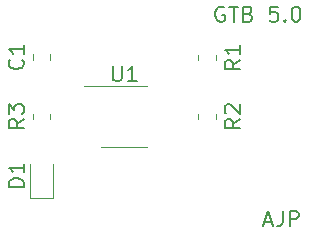
<source format=gbr>
%TF.GenerationSoftware,KiCad,Pcbnew,(6.0.7)*%
%TF.CreationDate,2022-09-02T16:32:09-04:00*%
%TF.ProjectId,GettingToBlink5.0,47657474-696e-4675-946f-426c696e6b35,rev?*%
%TF.SameCoordinates,Original*%
%TF.FileFunction,Legend,Top*%
%TF.FilePolarity,Positive*%
%FSLAX46Y46*%
G04 Gerber Fmt 4.6, Leading zero omitted, Abs format (unit mm)*
G04 Created by KiCad (PCBNEW (6.0.7)) date 2022-09-02 16:32:09*
%MOMM*%
%LPD*%
G01*
G04 APERTURE LIST*
%ADD10C,0.200000*%
%ADD11C,0.120000*%
G04 APERTURE END LIST*
D10*
X152452380Y-91750000D02*
X152328571Y-91688095D01*
X152142857Y-91688095D01*
X151957142Y-91750000D01*
X151833333Y-91873809D01*
X151771428Y-91997619D01*
X151709523Y-92245238D01*
X151709523Y-92430952D01*
X151771428Y-92678571D01*
X151833333Y-92802380D01*
X151957142Y-92926190D01*
X152142857Y-92988095D01*
X152266666Y-92988095D01*
X152452380Y-92926190D01*
X152514285Y-92864285D01*
X152514285Y-92430952D01*
X152266666Y-92430952D01*
X152885714Y-91688095D02*
X153628571Y-91688095D01*
X153257142Y-92988095D02*
X153257142Y-91688095D01*
X154495238Y-92307142D02*
X154680952Y-92369047D01*
X154742857Y-92430952D01*
X154804761Y-92554761D01*
X154804761Y-92740476D01*
X154742857Y-92864285D01*
X154680952Y-92926190D01*
X154557142Y-92988095D01*
X154061904Y-92988095D01*
X154061904Y-91688095D01*
X154495238Y-91688095D01*
X154619047Y-91750000D01*
X154680952Y-91811904D01*
X154742857Y-91935714D01*
X154742857Y-92059523D01*
X154680952Y-92183333D01*
X154619047Y-92245238D01*
X154495238Y-92307142D01*
X154061904Y-92307142D01*
X156971428Y-91688095D02*
X156352380Y-91688095D01*
X156290476Y-92307142D01*
X156352380Y-92245238D01*
X156476190Y-92183333D01*
X156785714Y-92183333D01*
X156909523Y-92245238D01*
X156971428Y-92307142D01*
X157033333Y-92430952D01*
X157033333Y-92740476D01*
X156971428Y-92864285D01*
X156909523Y-92926190D01*
X156785714Y-92988095D01*
X156476190Y-92988095D01*
X156352380Y-92926190D01*
X156290476Y-92864285D01*
X157590476Y-92864285D02*
X157652380Y-92926190D01*
X157590476Y-92988095D01*
X157528571Y-92926190D01*
X157590476Y-92864285D01*
X157590476Y-92988095D01*
X158457142Y-91688095D02*
X158580952Y-91688095D01*
X158704761Y-91750000D01*
X158766666Y-91811904D01*
X158828571Y-91935714D01*
X158890476Y-92183333D01*
X158890476Y-92492857D01*
X158828571Y-92740476D01*
X158766666Y-92864285D01*
X158704761Y-92926190D01*
X158580952Y-92988095D01*
X158457142Y-92988095D01*
X158333333Y-92926190D01*
X158271428Y-92864285D01*
X158209523Y-92740476D01*
X158147619Y-92492857D01*
X158147619Y-92183333D01*
X158209523Y-91935714D01*
X158271428Y-91811904D01*
X158333333Y-91750000D01*
X158457142Y-91688095D01*
X155845238Y-109916666D02*
X156464285Y-109916666D01*
X155721428Y-110288095D02*
X156154761Y-108988095D01*
X156588095Y-110288095D01*
X157392857Y-108988095D02*
X157392857Y-109916666D01*
X157330952Y-110102380D01*
X157207142Y-110226190D01*
X157021428Y-110288095D01*
X156897619Y-110288095D01*
X158011904Y-110288095D02*
X158011904Y-108988095D01*
X158507142Y-108988095D01*
X158630952Y-109050000D01*
X158692857Y-109111904D01*
X158754761Y-109235714D01*
X158754761Y-109421428D01*
X158692857Y-109545238D01*
X158630952Y-109607142D01*
X158507142Y-109669047D01*
X158011904Y-109669047D01*
%TO.C,R2*%
X153788095Y-101216666D02*
X153169047Y-101650000D01*
X153788095Y-101959523D02*
X152488095Y-101959523D01*
X152488095Y-101464285D01*
X152550000Y-101340476D01*
X152611904Y-101278571D01*
X152735714Y-101216666D01*
X152921428Y-101216666D01*
X153045238Y-101278571D01*
X153107142Y-101340476D01*
X153169047Y-101464285D01*
X153169047Y-101959523D01*
X152611904Y-100721428D02*
X152550000Y-100659523D01*
X152488095Y-100535714D01*
X152488095Y-100226190D01*
X152550000Y-100102380D01*
X152611904Y-100040476D01*
X152735714Y-99978571D01*
X152859523Y-99978571D01*
X153045238Y-100040476D01*
X153788095Y-100783333D01*
X153788095Y-99978571D01*
%TO.C,R1*%
X153788095Y-96216666D02*
X153169047Y-96650000D01*
X153788095Y-96959523D02*
X152488095Y-96959523D01*
X152488095Y-96464285D01*
X152550000Y-96340476D01*
X152611904Y-96278571D01*
X152735714Y-96216666D01*
X152921428Y-96216666D01*
X153045238Y-96278571D01*
X153107142Y-96340476D01*
X153169047Y-96464285D01*
X153169047Y-96959523D01*
X153788095Y-94978571D02*
X153788095Y-95721428D01*
X153788095Y-95350000D02*
X152488095Y-95350000D01*
X152673809Y-95473809D01*
X152797619Y-95597619D01*
X152859523Y-95721428D01*
%TO.C,C1*%
X135364285Y-96179166D02*
X135426190Y-96241071D01*
X135488095Y-96426785D01*
X135488095Y-96550595D01*
X135426190Y-96736309D01*
X135302380Y-96860119D01*
X135178571Y-96922023D01*
X134930952Y-96983928D01*
X134745238Y-96983928D01*
X134497619Y-96922023D01*
X134373809Y-96860119D01*
X134250000Y-96736309D01*
X134188095Y-96550595D01*
X134188095Y-96426785D01*
X134250000Y-96241071D01*
X134311904Y-96179166D01*
X135488095Y-94941071D02*
X135488095Y-95683928D01*
X135488095Y-95312500D02*
X134188095Y-95312500D01*
X134373809Y-95436309D01*
X134497619Y-95560119D01*
X134559523Y-95683928D01*
%TO.C,U1*%
X143009523Y-96688095D02*
X143009523Y-97740476D01*
X143071428Y-97864285D01*
X143133333Y-97926190D01*
X143257142Y-97988095D01*
X143504761Y-97988095D01*
X143628571Y-97926190D01*
X143690476Y-97864285D01*
X143752380Y-97740476D01*
X143752380Y-96688095D01*
X145052380Y-97988095D02*
X144309523Y-97988095D01*
X144680952Y-97988095D02*
X144680952Y-96688095D01*
X144557142Y-96873809D01*
X144433333Y-96997619D01*
X144309523Y-97059523D01*
%TO.C,R3*%
X135488095Y-101216666D02*
X134869047Y-101650000D01*
X135488095Y-101959523D02*
X134188095Y-101959523D01*
X134188095Y-101464285D01*
X134250000Y-101340476D01*
X134311904Y-101278571D01*
X134435714Y-101216666D01*
X134621428Y-101216666D01*
X134745238Y-101278571D01*
X134807142Y-101340476D01*
X134869047Y-101464285D01*
X134869047Y-101959523D01*
X134188095Y-100783333D02*
X134188095Y-99978571D01*
X134683333Y-100411904D01*
X134683333Y-100226190D01*
X134745238Y-100102380D01*
X134807142Y-100040476D01*
X134930952Y-99978571D01*
X135240476Y-99978571D01*
X135364285Y-100040476D01*
X135426190Y-100102380D01*
X135488095Y-100226190D01*
X135488095Y-100597619D01*
X135426190Y-100721428D01*
X135364285Y-100783333D01*
%TO.C,D1*%
X135488095Y-106959523D02*
X134188095Y-106959523D01*
X134188095Y-106650000D01*
X134250000Y-106464285D01*
X134373809Y-106340476D01*
X134497619Y-106278571D01*
X134745238Y-106216666D01*
X134930952Y-106216666D01*
X135178571Y-106278571D01*
X135302380Y-106340476D01*
X135426190Y-106464285D01*
X135488095Y-106650000D01*
X135488095Y-106959523D01*
X135488095Y-104978571D02*
X135488095Y-105721428D01*
X135488095Y-105350000D02*
X134188095Y-105350000D01*
X134373809Y-105473809D01*
X134497619Y-105597619D01*
X134559523Y-105721428D01*
D11*
%TO.C,R2*%
X151735000Y-100772936D02*
X151735000Y-101227064D01*
X150265000Y-100772936D02*
X150265000Y-101227064D01*
%TO.C,R1*%
X151735000Y-95772936D02*
X151735000Y-96227064D01*
X150265000Y-95772936D02*
X150265000Y-96227064D01*
%TO.C,C1*%
X136265000Y-96223752D02*
X136265000Y-95701248D01*
X137735000Y-96223752D02*
X137735000Y-95701248D01*
%TO.C,U1*%
X144000000Y-103560000D02*
X145950000Y-103560000D01*
X144000000Y-103560000D02*
X142050000Y-103560000D01*
X144000000Y-98440000D02*
X140550000Y-98440000D01*
X144000000Y-98440000D02*
X145950000Y-98440000D01*
%TO.C,R3*%
X137735000Y-100772936D02*
X137735000Y-101227064D01*
X136265000Y-100772936D02*
X136265000Y-101227064D01*
%TO.C,D1*%
X136040000Y-107860000D02*
X137960000Y-107860000D01*
X137960000Y-107860000D02*
X137960000Y-105000000D01*
X136040000Y-105000000D02*
X136040000Y-107860000D01*
%TD*%
M02*

</source>
